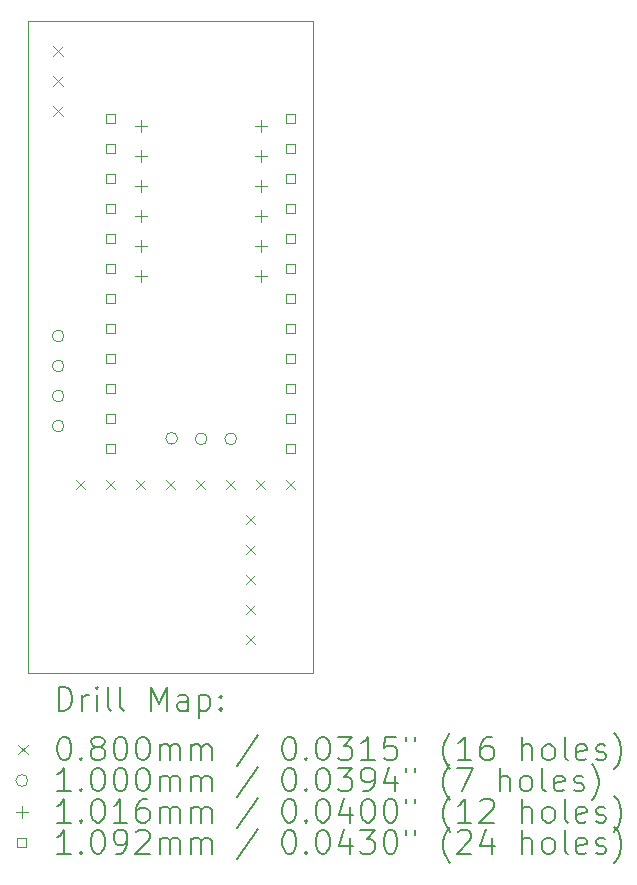
<source format=gbr>
%TF.GenerationSoftware,KiCad,Pcbnew,8.0.6*%
%TF.CreationDate,2025-05-20T21:52:51-05:00*%
%TF.ProjectId,HatRatV2,48617452-6174-4563-922e-6b696361645f,rev?*%
%TF.SameCoordinates,Original*%
%TF.FileFunction,Drillmap*%
%TF.FilePolarity,Positive*%
%FSLAX45Y45*%
G04 Gerber Fmt 4.5, Leading zero omitted, Abs format (unit mm)*
G04 Created by KiCad (PCBNEW 8.0.6) date 2025-05-20 21:52:51*
%MOMM*%
%LPD*%
G01*
G04 APERTURE LIST*
%ADD10C,0.050000*%
%ADD11C,0.200000*%
%ADD12C,0.100000*%
%ADD13C,0.101600*%
%ADD14C,0.109220*%
G04 APERTURE END LIST*
D10*
X19812000Y-2921000D02*
X22225000Y-2921000D01*
X22225000Y-8445500D01*
X19812000Y-8445500D01*
X19812000Y-2921000D01*
D11*
D12*
X20026000Y-3135000D02*
X20106000Y-3215000D01*
X20106000Y-3135000D02*
X20026000Y-3215000D01*
X20026000Y-3389000D02*
X20106000Y-3469000D01*
X20106000Y-3389000D02*
X20026000Y-3469000D01*
X20026000Y-3643000D02*
X20106000Y-3723000D01*
X20106000Y-3643000D02*
X20026000Y-3723000D01*
X20216500Y-6803000D02*
X20296500Y-6883000D01*
X20296500Y-6803000D02*
X20216500Y-6883000D01*
X20470500Y-6803000D02*
X20550500Y-6883000D01*
X20550500Y-6803000D02*
X20470500Y-6883000D01*
X20724500Y-6803000D02*
X20804500Y-6883000D01*
X20804500Y-6803000D02*
X20724500Y-6883000D01*
X20978500Y-6803000D02*
X21058500Y-6883000D01*
X21058500Y-6803000D02*
X20978500Y-6883000D01*
X21232500Y-6803000D02*
X21312500Y-6883000D01*
X21312500Y-6803000D02*
X21232500Y-6883000D01*
X21486500Y-6803000D02*
X21566500Y-6883000D01*
X21566500Y-6803000D02*
X21486500Y-6883000D01*
X21655500Y-7102500D02*
X21735500Y-7182500D01*
X21735500Y-7102500D02*
X21655500Y-7182500D01*
X21655500Y-7356500D02*
X21735500Y-7436500D01*
X21735500Y-7356500D02*
X21655500Y-7436500D01*
X21655500Y-7610500D02*
X21735500Y-7690500D01*
X21735500Y-7610500D02*
X21655500Y-7690500D01*
X21655500Y-7864500D02*
X21735500Y-7944500D01*
X21735500Y-7864500D02*
X21655500Y-7944500D01*
X21655500Y-8118500D02*
X21735500Y-8198500D01*
X21735500Y-8118500D02*
X21655500Y-8198500D01*
X21740500Y-6803000D02*
X21820500Y-6883000D01*
X21820500Y-6803000D02*
X21740500Y-6883000D01*
X21994500Y-6803000D02*
X22074500Y-6883000D01*
X22074500Y-6803000D02*
X21994500Y-6883000D01*
X20116000Y-5588000D02*
G75*
G02*
X20016000Y-5588000I-50000J0D01*
G01*
X20016000Y-5588000D02*
G75*
G02*
X20116000Y-5588000I50000J0D01*
G01*
X20116000Y-5842000D02*
G75*
G02*
X20016000Y-5842000I-50000J0D01*
G01*
X20016000Y-5842000D02*
G75*
G02*
X20116000Y-5842000I50000J0D01*
G01*
X20116000Y-6096000D02*
G75*
G02*
X20016000Y-6096000I-50000J0D01*
G01*
X20016000Y-6096000D02*
G75*
G02*
X20116000Y-6096000I50000J0D01*
G01*
X20116000Y-6350000D02*
G75*
G02*
X20016000Y-6350000I-50000J0D01*
G01*
X20016000Y-6350000D02*
G75*
G02*
X20116000Y-6350000I50000J0D01*
G01*
X21077500Y-6454000D02*
G75*
G02*
X20977500Y-6454000I-50000J0D01*
G01*
X20977500Y-6454000D02*
G75*
G02*
X21077500Y-6454000I50000J0D01*
G01*
X21327500Y-6459000D02*
G75*
G02*
X21227500Y-6459000I-50000J0D01*
G01*
X21227500Y-6459000D02*
G75*
G02*
X21327500Y-6459000I50000J0D01*
G01*
X21577500Y-6459000D02*
G75*
G02*
X21477500Y-6459000I-50000J0D01*
G01*
X21477500Y-6459000D02*
G75*
G02*
X21577500Y-6459000I50000J0D01*
G01*
D13*
X20764500Y-3759200D02*
X20764500Y-3860800D01*
X20713700Y-3810000D02*
X20815300Y-3810000D01*
X20764500Y-4013200D02*
X20764500Y-4114800D01*
X20713700Y-4064000D02*
X20815300Y-4064000D01*
X20764500Y-4267200D02*
X20764500Y-4368800D01*
X20713700Y-4318000D02*
X20815300Y-4318000D01*
X20764500Y-4521200D02*
X20764500Y-4622800D01*
X20713700Y-4572000D02*
X20815300Y-4572000D01*
X20764500Y-4775200D02*
X20764500Y-4876800D01*
X20713700Y-4826000D02*
X20815300Y-4826000D01*
X20764500Y-5029200D02*
X20764500Y-5130800D01*
X20713700Y-5080000D02*
X20815300Y-5080000D01*
X21780500Y-3759200D02*
X21780500Y-3860800D01*
X21729700Y-3810000D02*
X21831300Y-3810000D01*
X21780500Y-4013200D02*
X21780500Y-4114800D01*
X21729700Y-4064000D02*
X21831300Y-4064000D01*
X21780500Y-4267200D02*
X21780500Y-4368800D01*
X21729700Y-4318000D02*
X21831300Y-4318000D01*
X21780500Y-4521200D02*
X21780500Y-4622800D01*
X21729700Y-4572000D02*
X21831300Y-4572000D01*
X21780500Y-4775200D02*
X21780500Y-4876800D01*
X21729700Y-4826000D02*
X21831300Y-4826000D01*
X21780500Y-5029200D02*
X21780500Y-5130800D01*
X21729700Y-5080000D02*
X21831300Y-5080000D01*
D14*
X20549116Y-3785115D02*
X20549116Y-3707884D01*
X20471885Y-3707884D01*
X20471885Y-3785115D01*
X20549116Y-3785115D01*
X20549116Y-4039115D02*
X20549116Y-3961884D01*
X20471885Y-3961884D01*
X20471885Y-4039115D01*
X20549116Y-4039115D01*
X20549116Y-4293116D02*
X20549116Y-4215885D01*
X20471885Y-4215885D01*
X20471885Y-4293116D01*
X20549116Y-4293116D01*
X20549116Y-4547116D02*
X20549116Y-4469885D01*
X20471885Y-4469885D01*
X20471885Y-4547116D01*
X20549116Y-4547116D01*
X20549116Y-4801116D02*
X20549116Y-4723885D01*
X20471885Y-4723885D01*
X20471885Y-4801116D01*
X20549116Y-4801116D01*
X20549116Y-5055116D02*
X20549116Y-4977885D01*
X20471885Y-4977885D01*
X20471885Y-5055116D01*
X20549116Y-5055116D01*
X20549116Y-5309116D02*
X20549116Y-5231885D01*
X20471885Y-5231885D01*
X20471885Y-5309116D01*
X20549116Y-5309116D01*
X20549116Y-5563116D02*
X20549116Y-5485885D01*
X20471885Y-5485885D01*
X20471885Y-5563116D01*
X20549116Y-5563116D01*
X20549116Y-5817115D02*
X20549116Y-5739884D01*
X20471885Y-5739884D01*
X20471885Y-5817115D01*
X20549116Y-5817115D01*
X20549116Y-6071115D02*
X20549116Y-5993884D01*
X20471885Y-5993884D01*
X20471885Y-6071115D01*
X20549116Y-6071115D01*
X20549116Y-6325115D02*
X20549116Y-6247884D01*
X20471885Y-6247884D01*
X20471885Y-6325115D01*
X20549116Y-6325115D01*
X20549116Y-6579115D02*
X20549116Y-6501884D01*
X20471885Y-6501884D01*
X20471885Y-6579115D01*
X20549116Y-6579115D01*
X22073116Y-3785115D02*
X22073116Y-3707884D01*
X21995885Y-3707884D01*
X21995885Y-3785115D01*
X22073116Y-3785115D01*
X22073116Y-4039115D02*
X22073116Y-3961884D01*
X21995885Y-3961884D01*
X21995885Y-4039115D01*
X22073116Y-4039115D01*
X22073116Y-4293116D02*
X22073116Y-4215885D01*
X21995885Y-4215885D01*
X21995885Y-4293116D01*
X22073116Y-4293116D01*
X22073116Y-4547116D02*
X22073116Y-4469885D01*
X21995885Y-4469885D01*
X21995885Y-4547116D01*
X22073116Y-4547116D01*
X22073116Y-4801116D02*
X22073116Y-4723885D01*
X21995885Y-4723885D01*
X21995885Y-4801116D01*
X22073116Y-4801116D01*
X22073116Y-5055116D02*
X22073116Y-4977885D01*
X21995885Y-4977885D01*
X21995885Y-5055116D01*
X22073116Y-5055116D01*
X22073116Y-5309116D02*
X22073116Y-5231885D01*
X21995885Y-5231885D01*
X21995885Y-5309116D01*
X22073116Y-5309116D01*
X22073116Y-5563116D02*
X22073116Y-5485885D01*
X21995885Y-5485885D01*
X21995885Y-5563116D01*
X22073116Y-5563116D01*
X22073116Y-5817115D02*
X22073116Y-5739884D01*
X21995885Y-5739884D01*
X21995885Y-5817115D01*
X22073116Y-5817115D01*
X22073116Y-6071115D02*
X22073116Y-5993884D01*
X21995885Y-5993884D01*
X21995885Y-6071115D01*
X22073116Y-6071115D01*
X22073116Y-6325115D02*
X22073116Y-6247884D01*
X21995885Y-6247884D01*
X21995885Y-6325115D01*
X22073116Y-6325115D01*
X22073116Y-6579115D02*
X22073116Y-6501884D01*
X21995885Y-6501884D01*
X21995885Y-6579115D01*
X22073116Y-6579115D01*
D11*
X20070277Y-8759484D02*
X20070277Y-8559484D01*
X20070277Y-8559484D02*
X20117896Y-8559484D01*
X20117896Y-8559484D02*
X20146467Y-8569008D01*
X20146467Y-8569008D02*
X20165515Y-8588055D01*
X20165515Y-8588055D02*
X20175039Y-8607103D01*
X20175039Y-8607103D02*
X20184563Y-8645198D01*
X20184563Y-8645198D02*
X20184563Y-8673770D01*
X20184563Y-8673770D02*
X20175039Y-8711865D01*
X20175039Y-8711865D02*
X20165515Y-8730912D01*
X20165515Y-8730912D02*
X20146467Y-8749960D01*
X20146467Y-8749960D02*
X20117896Y-8759484D01*
X20117896Y-8759484D02*
X20070277Y-8759484D01*
X20270277Y-8759484D02*
X20270277Y-8626150D01*
X20270277Y-8664246D02*
X20279801Y-8645198D01*
X20279801Y-8645198D02*
X20289324Y-8635674D01*
X20289324Y-8635674D02*
X20308372Y-8626150D01*
X20308372Y-8626150D02*
X20327420Y-8626150D01*
X20394086Y-8759484D02*
X20394086Y-8626150D01*
X20394086Y-8559484D02*
X20384563Y-8569008D01*
X20384563Y-8569008D02*
X20394086Y-8578531D01*
X20394086Y-8578531D02*
X20403610Y-8569008D01*
X20403610Y-8569008D02*
X20394086Y-8559484D01*
X20394086Y-8559484D02*
X20394086Y-8578531D01*
X20517896Y-8759484D02*
X20498848Y-8749960D01*
X20498848Y-8749960D02*
X20489324Y-8730912D01*
X20489324Y-8730912D02*
X20489324Y-8559484D01*
X20622658Y-8759484D02*
X20603610Y-8749960D01*
X20603610Y-8749960D02*
X20594086Y-8730912D01*
X20594086Y-8730912D02*
X20594086Y-8559484D01*
X20851229Y-8759484D02*
X20851229Y-8559484D01*
X20851229Y-8559484D02*
X20917896Y-8702341D01*
X20917896Y-8702341D02*
X20984563Y-8559484D01*
X20984563Y-8559484D02*
X20984563Y-8759484D01*
X21165515Y-8759484D02*
X21165515Y-8654722D01*
X21165515Y-8654722D02*
X21155991Y-8635674D01*
X21155991Y-8635674D02*
X21136944Y-8626150D01*
X21136944Y-8626150D02*
X21098848Y-8626150D01*
X21098848Y-8626150D02*
X21079801Y-8635674D01*
X21165515Y-8749960D02*
X21146467Y-8759484D01*
X21146467Y-8759484D02*
X21098848Y-8759484D01*
X21098848Y-8759484D02*
X21079801Y-8749960D01*
X21079801Y-8749960D02*
X21070277Y-8730912D01*
X21070277Y-8730912D02*
X21070277Y-8711865D01*
X21070277Y-8711865D02*
X21079801Y-8692817D01*
X21079801Y-8692817D02*
X21098848Y-8683293D01*
X21098848Y-8683293D02*
X21146467Y-8683293D01*
X21146467Y-8683293D02*
X21165515Y-8673770D01*
X21260753Y-8626150D02*
X21260753Y-8826150D01*
X21260753Y-8635674D02*
X21279801Y-8626150D01*
X21279801Y-8626150D02*
X21317896Y-8626150D01*
X21317896Y-8626150D02*
X21336944Y-8635674D01*
X21336944Y-8635674D02*
X21346467Y-8645198D01*
X21346467Y-8645198D02*
X21355991Y-8664246D01*
X21355991Y-8664246D02*
X21355991Y-8721389D01*
X21355991Y-8721389D02*
X21346467Y-8740436D01*
X21346467Y-8740436D02*
X21336944Y-8749960D01*
X21336944Y-8749960D02*
X21317896Y-8759484D01*
X21317896Y-8759484D02*
X21279801Y-8759484D01*
X21279801Y-8759484D02*
X21260753Y-8749960D01*
X21441705Y-8740436D02*
X21451229Y-8749960D01*
X21451229Y-8749960D02*
X21441705Y-8759484D01*
X21441705Y-8759484D02*
X21432182Y-8749960D01*
X21432182Y-8749960D02*
X21441705Y-8740436D01*
X21441705Y-8740436D02*
X21441705Y-8759484D01*
X21441705Y-8635674D02*
X21451229Y-8645198D01*
X21451229Y-8645198D02*
X21441705Y-8654722D01*
X21441705Y-8654722D02*
X21432182Y-8645198D01*
X21432182Y-8645198D02*
X21441705Y-8635674D01*
X21441705Y-8635674D02*
X21441705Y-8654722D01*
D12*
X19729500Y-9048000D02*
X19809500Y-9128000D01*
X19809500Y-9048000D02*
X19729500Y-9128000D01*
D11*
X20108372Y-8979484D02*
X20127420Y-8979484D01*
X20127420Y-8979484D02*
X20146467Y-8989008D01*
X20146467Y-8989008D02*
X20155991Y-8998531D01*
X20155991Y-8998531D02*
X20165515Y-9017579D01*
X20165515Y-9017579D02*
X20175039Y-9055674D01*
X20175039Y-9055674D02*
X20175039Y-9103293D01*
X20175039Y-9103293D02*
X20165515Y-9141389D01*
X20165515Y-9141389D02*
X20155991Y-9160436D01*
X20155991Y-9160436D02*
X20146467Y-9169960D01*
X20146467Y-9169960D02*
X20127420Y-9179484D01*
X20127420Y-9179484D02*
X20108372Y-9179484D01*
X20108372Y-9179484D02*
X20089324Y-9169960D01*
X20089324Y-9169960D02*
X20079801Y-9160436D01*
X20079801Y-9160436D02*
X20070277Y-9141389D01*
X20070277Y-9141389D02*
X20060753Y-9103293D01*
X20060753Y-9103293D02*
X20060753Y-9055674D01*
X20060753Y-9055674D02*
X20070277Y-9017579D01*
X20070277Y-9017579D02*
X20079801Y-8998531D01*
X20079801Y-8998531D02*
X20089324Y-8989008D01*
X20089324Y-8989008D02*
X20108372Y-8979484D01*
X20260753Y-9160436D02*
X20270277Y-9169960D01*
X20270277Y-9169960D02*
X20260753Y-9179484D01*
X20260753Y-9179484D02*
X20251229Y-9169960D01*
X20251229Y-9169960D02*
X20260753Y-9160436D01*
X20260753Y-9160436D02*
X20260753Y-9179484D01*
X20384563Y-9065198D02*
X20365515Y-9055674D01*
X20365515Y-9055674D02*
X20355991Y-9046150D01*
X20355991Y-9046150D02*
X20346467Y-9027103D01*
X20346467Y-9027103D02*
X20346467Y-9017579D01*
X20346467Y-9017579D02*
X20355991Y-8998531D01*
X20355991Y-8998531D02*
X20365515Y-8989008D01*
X20365515Y-8989008D02*
X20384563Y-8979484D01*
X20384563Y-8979484D02*
X20422658Y-8979484D01*
X20422658Y-8979484D02*
X20441705Y-8989008D01*
X20441705Y-8989008D02*
X20451229Y-8998531D01*
X20451229Y-8998531D02*
X20460753Y-9017579D01*
X20460753Y-9017579D02*
X20460753Y-9027103D01*
X20460753Y-9027103D02*
X20451229Y-9046150D01*
X20451229Y-9046150D02*
X20441705Y-9055674D01*
X20441705Y-9055674D02*
X20422658Y-9065198D01*
X20422658Y-9065198D02*
X20384563Y-9065198D01*
X20384563Y-9065198D02*
X20365515Y-9074722D01*
X20365515Y-9074722D02*
X20355991Y-9084246D01*
X20355991Y-9084246D02*
X20346467Y-9103293D01*
X20346467Y-9103293D02*
X20346467Y-9141389D01*
X20346467Y-9141389D02*
X20355991Y-9160436D01*
X20355991Y-9160436D02*
X20365515Y-9169960D01*
X20365515Y-9169960D02*
X20384563Y-9179484D01*
X20384563Y-9179484D02*
X20422658Y-9179484D01*
X20422658Y-9179484D02*
X20441705Y-9169960D01*
X20441705Y-9169960D02*
X20451229Y-9160436D01*
X20451229Y-9160436D02*
X20460753Y-9141389D01*
X20460753Y-9141389D02*
X20460753Y-9103293D01*
X20460753Y-9103293D02*
X20451229Y-9084246D01*
X20451229Y-9084246D02*
X20441705Y-9074722D01*
X20441705Y-9074722D02*
X20422658Y-9065198D01*
X20584563Y-8979484D02*
X20603610Y-8979484D01*
X20603610Y-8979484D02*
X20622658Y-8989008D01*
X20622658Y-8989008D02*
X20632182Y-8998531D01*
X20632182Y-8998531D02*
X20641705Y-9017579D01*
X20641705Y-9017579D02*
X20651229Y-9055674D01*
X20651229Y-9055674D02*
X20651229Y-9103293D01*
X20651229Y-9103293D02*
X20641705Y-9141389D01*
X20641705Y-9141389D02*
X20632182Y-9160436D01*
X20632182Y-9160436D02*
X20622658Y-9169960D01*
X20622658Y-9169960D02*
X20603610Y-9179484D01*
X20603610Y-9179484D02*
X20584563Y-9179484D01*
X20584563Y-9179484D02*
X20565515Y-9169960D01*
X20565515Y-9169960D02*
X20555991Y-9160436D01*
X20555991Y-9160436D02*
X20546467Y-9141389D01*
X20546467Y-9141389D02*
X20536944Y-9103293D01*
X20536944Y-9103293D02*
X20536944Y-9055674D01*
X20536944Y-9055674D02*
X20546467Y-9017579D01*
X20546467Y-9017579D02*
X20555991Y-8998531D01*
X20555991Y-8998531D02*
X20565515Y-8989008D01*
X20565515Y-8989008D02*
X20584563Y-8979484D01*
X20775039Y-8979484D02*
X20794086Y-8979484D01*
X20794086Y-8979484D02*
X20813134Y-8989008D01*
X20813134Y-8989008D02*
X20822658Y-8998531D01*
X20822658Y-8998531D02*
X20832182Y-9017579D01*
X20832182Y-9017579D02*
X20841705Y-9055674D01*
X20841705Y-9055674D02*
X20841705Y-9103293D01*
X20841705Y-9103293D02*
X20832182Y-9141389D01*
X20832182Y-9141389D02*
X20822658Y-9160436D01*
X20822658Y-9160436D02*
X20813134Y-9169960D01*
X20813134Y-9169960D02*
X20794086Y-9179484D01*
X20794086Y-9179484D02*
X20775039Y-9179484D01*
X20775039Y-9179484D02*
X20755991Y-9169960D01*
X20755991Y-9169960D02*
X20746467Y-9160436D01*
X20746467Y-9160436D02*
X20736944Y-9141389D01*
X20736944Y-9141389D02*
X20727420Y-9103293D01*
X20727420Y-9103293D02*
X20727420Y-9055674D01*
X20727420Y-9055674D02*
X20736944Y-9017579D01*
X20736944Y-9017579D02*
X20746467Y-8998531D01*
X20746467Y-8998531D02*
X20755991Y-8989008D01*
X20755991Y-8989008D02*
X20775039Y-8979484D01*
X20927420Y-9179484D02*
X20927420Y-9046150D01*
X20927420Y-9065198D02*
X20936944Y-9055674D01*
X20936944Y-9055674D02*
X20955991Y-9046150D01*
X20955991Y-9046150D02*
X20984563Y-9046150D01*
X20984563Y-9046150D02*
X21003610Y-9055674D01*
X21003610Y-9055674D02*
X21013134Y-9074722D01*
X21013134Y-9074722D02*
X21013134Y-9179484D01*
X21013134Y-9074722D02*
X21022658Y-9055674D01*
X21022658Y-9055674D02*
X21041705Y-9046150D01*
X21041705Y-9046150D02*
X21070277Y-9046150D01*
X21070277Y-9046150D02*
X21089325Y-9055674D01*
X21089325Y-9055674D02*
X21098848Y-9074722D01*
X21098848Y-9074722D02*
X21098848Y-9179484D01*
X21194086Y-9179484D02*
X21194086Y-9046150D01*
X21194086Y-9065198D02*
X21203610Y-9055674D01*
X21203610Y-9055674D02*
X21222658Y-9046150D01*
X21222658Y-9046150D02*
X21251229Y-9046150D01*
X21251229Y-9046150D02*
X21270277Y-9055674D01*
X21270277Y-9055674D02*
X21279801Y-9074722D01*
X21279801Y-9074722D02*
X21279801Y-9179484D01*
X21279801Y-9074722D02*
X21289325Y-9055674D01*
X21289325Y-9055674D02*
X21308372Y-9046150D01*
X21308372Y-9046150D02*
X21336944Y-9046150D01*
X21336944Y-9046150D02*
X21355991Y-9055674D01*
X21355991Y-9055674D02*
X21365515Y-9074722D01*
X21365515Y-9074722D02*
X21365515Y-9179484D01*
X21755991Y-8969960D02*
X21584563Y-9227103D01*
X22013134Y-8979484D02*
X22032182Y-8979484D01*
X22032182Y-8979484D02*
X22051229Y-8989008D01*
X22051229Y-8989008D02*
X22060753Y-8998531D01*
X22060753Y-8998531D02*
X22070277Y-9017579D01*
X22070277Y-9017579D02*
X22079801Y-9055674D01*
X22079801Y-9055674D02*
X22079801Y-9103293D01*
X22079801Y-9103293D02*
X22070277Y-9141389D01*
X22070277Y-9141389D02*
X22060753Y-9160436D01*
X22060753Y-9160436D02*
X22051229Y-9169960D01*
X22051229Y-9169960D02*
X22032182Y-9179484D01*
X22032182Y-9179484D02*
X22013134Y-9179484D01*
X22013134Y-9179484D02*
X21994087Y-9169960D01*
X21994087Y-9169960D02*
X21984563Y-9160436D01*
X21984563Y-9160436D02*
X21975039Y-9141389D01*
X21975039Y-9141389D02*
X21965515Y-9103293D01*
X21965515Y-9103293D02*
X21965515Y-9055674D01*
X21965515Y-9055674D02*
X21975039Y-9017579D01*
X21975039Y-9017579D02*
X21984563Y-8998531D01*
X21984563Y-8998531D02*
X21994087Y-8989008D01*
X21994087Y-8989008D02*
X22013134Y-8979484D01*
X22165515Y-9160436D02*
X22175039Y-9169960D01*
X22175039Y-9169960D02*
X22165515Y-9179484D01*
X22165515Y-9179484D02*
X22155991Y-9169960D01*
X22155991Y-9169960D02*
X22165515Y-9160436D01*
X22165515Y-9160436D02*
X22165515Y-9179484D01*
X22298848Y-8979484D02*
X22317896Y-8979484D01*
X22317896Y-8979484D02*
X22336944Y-8989008D01*
X22336944Y-8989008D02*
X22346468Y-8998531D01*
X22346468Y-8998531D02*
X22355991Y-9017579D01*
X22355991Y-9017579D02*
X22365515Y-9055674D01*
X22365515Y-9055674D02*
X22365515Y-9103293D01*
X22365515Y-9103293D02*
X22355991Y-9141389D01*
X22355991Y-9141389D02*
X22346468Y-9160436D01*
X22346468Y-9160436D02*
X22336944Y-9169960D01*
X22336944Y-9169960D02*
X22317896Y-9179484D01*
X22317896Y-9179484D02*
X22298848Y-9179484D01*
X22298848Y-9179484D02*
X22279801Y-9169960D01*
X22279801Y-9169960D02*
X22270277Y-9160436D01*
X22270277Y-9160436D02*
X22260753Y-9141389D01*
X22260753Y-9141389D02*
X22251229Y-9103293D01*
X22251229Y-9103293D02*
X22251229Y-9055674D01*
X22251229Y-9055674D02*
X22260753Y-9017579D01*
X22260753Y-9017579D02*
X22270277Y-8998531D01*
X22270277Y-8998531D02*
X22279801Y-8989008D01*
X22279801Y-8989008D02*
X22298848Y-8979484D01*
X22432182Y-8979484D02*
X22555991Y-8979484D01*
X22555991Y-8979484D02*
X22489325Y-9055674D01*
X22489325Y-9055674D02*
X22517896Y-9055674D01*
X22517896Y-9055674D02*
X22536944Y-9065198D01*
X22536944Y-9065198D02*
X22546467Y-9074722D01*
X22546467Y-9074722D02*
X22555991Y-9093770D01*
X22555991Y-9093770D02*
X22555991Y-9141389D01*
X22555991Y-9141389D02*
X22546467Y-9160436D01*
X22546467Y-9160436D02*
X22536944Y-9169960D01*
X22536944Y-9169960D02*
X22517896Y-9179484D01*
X22517896Y-9179484D02*
X22460753Y-9179484D01*
X22460753Y-9179484D02*
X22441706Y-9169960D01*
X22441706Y-9169960D02*
X22432182Y-9160436D01*
X22746467Y-9179484D02*
X22632182Y-9179484D01*
X22689325Y-9179484D02*
X22689325Y-8979484D01*
X22689325Y-8979484D02*
X22670277Y-9008055D01*
X22670277Y-9008055D02*
X22651229Y-9027103D01*
X22651229Y-9027103D02*
X22632182Y-9036627D01*
X22927420Y-8979484D02*
X22832182Y-8979484D01*
X22832182Y-8979484D02*
X22822658Y-9074722D01*
X22822658Y-9074722D02*
X22832182Y-9065198D01*
X22832182Y-9065198D02*
X22851229Y-9055674D01*
X22851229Y-9055674D02*
X22898848Y-9055674D01*
X22898848Y-9055674D02*
X22917896Y-9065198D01*
X22917896Y-9065198D02*
X22927420Y-9074722D01*
X22927420Y-9074722D02*
X22936944Y-9093770D01*
X22936944Y-9093770D02*
X22936944Y-9141389D01*
X22936944Y-9141389D02*
X22927420Y-9160436D01*
X22927420Y-9160436D02*
X22917896Y-9169960D01*
X22917896Y-9169960D02*
X22898848Y-9179484D01*
X22898848Y-9179484D02*
X22851229Y-9179484D01*
X22851229Y-9179484D02*
X22832182Y-9169960D01*
X22832182Y-9169960D02*
X22822658Y-9160436D01*
X23013134Y-8979484D02*
X23013134Y-9017579D01*
X23089325Y-8979484D02*
X23089325Y-9017579D01*
X23384563Y-9255674D02*
X23375039Y-9246150D01*
X23375039Y-9246150D02*
X23355991Y-9217579D01*
X23355991Y-9217579D02*
X23346468Y-9198531D01*
X23346468Y-9198531D02*
X23336944Y-9169960D01*
X23336944Y-9169960D02*
X23327420Y-9122341D01*
X23327420Y-9122341D02*
X23327420Y-9084246D01*
X23327420Y-9084246D02*
X23336944Y-9036627D01*
X23336944Y-9036627D02*
X23346468Y-9008055D01*
X23346468Y-9008055D02*
X23355991Y-8989008D01*
X23355991Y-8989008D02*
X23375039Y-8960436D01*
X23375039Y-8960436D02*
X23384563Y-8950912D01*
X23565515Y-9179484D02*
X23451229Y-9179484D01*
X23508372Y-9179484D02*
X23508372Y-8979484D01*
X23508372Y-8979484D02*
X23489325Y-9008055D01*
X23489325Y-9008055D02*
X23470277Y-9027103D01*
X23470277Y-9027103D02*
X23451229Y-9036627D01*
X23736944Y-8979484D02*
X23698848Y-8979484D01*
X23698848Y-8979484D02*
X23679801Y-8989008D01*
X23679801Y-8989008D02*
X23670277Y-8998531D01*
X23670277Y-8998531D02*
X23651229Y-9027103D01*
X23651229Y-9027103D02*
X23641706Y-9065198D01*
X23641706Y-9065198D02*
X23641706Y-9141389D01*
X23641706Y-9141389D02*
X23651229Y-9160436D01*
X23651229Y-9160436D02*
X23660753Y-9169960D01*
X23660753Y-9169960D02*
X23679801Y-9179484D01*
X23679801Y-9179484D02*
X23717896Y-9179484D01*
X23717896Y-9179484D02*
X23736944Y-9169960D01*
X23736944Y-9169960D02*
X23746468Y-9160436D01*
X23746468Y-9160436D02*
X23755991Y-9141389D01*
X23755991Y-9141389D02*
X23755991Y-9093770D01*
X23755991Y-9093770D02*
X23746468Y-9074722D01*
X23746468Y-9074722D02*
X23736944Y-9065198D01*
X23736944Y-9065198D02*
X23717896Y-9055674D01*
X23717896Y-9055674D02*
X23679801Y-9055674D01*
X23679801Y-9055674D02*
X23660753Y-9065198D01*
X23660753Y-9065198D02*
X23651229Y-9074722D01*
X23651229Y-9074722D02*
X23641706Y-9093770D01*
X23994087Y-9179484D02*
X23994087Y-8979484D01*
X24079801Y-9179484D02*
X24079801Y-9074722D01*
X24079801Y-9074722D02*
X24070277Y-9055674D01*
X24070277Y-9055674D02*
X24051230Y-9046150D01*
X24051230Y-9046150D02*
X24022658Y-9046150D01*
X24022658Y-9046150D02*
X24003610Y-9055674D01*
X24003610Y-9055674D02*
X23994087Y-9065198D01*
X24203610Y-9179484D02*
X24184563Y-9169960D01*
X24184563Y-9169960D02*
X24175039Y-9160436D01*
X24175039Y-9160436D02*
X24165515Y-9141389D01*
X24165515Y-9141389D02*
X24165515Y-9084246D01*
X24165515Y-9084246D02*
X24175039Y-9065198D01*
X24175039Y-9065198D02*
X24184563Y-9055674D01*
X24184563Y-9055674D02*
X24203610Y-9046150D01*
X24203610Y-9046150D02*
X24232182Y-9046150D01*
X24232182Y-9046150D02*
X24251230Y-9055674D01*
X24251230Y-9055674D02*
X24260753Y-9065198D01*
X24260753Y-9065198D02*
X24270277Y-9084246D01*
X24270277Y-9084246D02*
X24270277Y-9141389D01*
X24270277Y-9141389D02*
X24260753Y-9160436D01*
X24260753Y-9160436D02*
X24251230Y-9169960D01*
X24251230Y-9169960D02*
X24232182Y-9179484D01*
X24232182Y-9179484D02*
X24203610Y-9179484D01*
X24384563Y-9179484D02*
X24365515Y-9169960D01*
X24365515Y-9169960D02*
X24355991Y-9150912D01*
X24355991Y-9150912D02*
X24355991Y-8979484D01*
X24536944Y-9169960D02*
X24517896Y-9179484D01*
X24517896Y-9179484D02*
X24479801Y-9179484D01*
X24479801Y-9179484D02*
X24460753Y-9169960D01*
X24460753Y-9169960D02*
X24451230Y-9150912D01*
X24451230Y-9150912D02*
X24451230Y-9074722D01*
X24451230Y-9074722D02*
X24460753Y-9055674D01*
X24460753Y-9055674D02*
X24479801Y-9046150D01*
X24479801Y-9046150D02*
X24517896Y-9046150D01*
X24517896Y-9046150D02*
X24536944Y-9055674D01*
X24536944Y-9055674D02*
X24546468Y-9074722D01*
X24546468Y-9074722D02*
X24546468Y-9093770D01*
X24546468Y-9093770D02*
X24451230Y-9112817D01*
X24622658Y-9169960D02*
X24641706Y-9179484D01*
X24641706Y-9179484D02*
X24679801Y-9179484D01*
X24679801Y-9179484D02*
X24698849Y-9169960D01*
X24698849Y-9169960D02*
X24708372Y-9150912D01*
X24708372Y-9150912D02*
X24708372Y-9141389D01*
X24708372Y-9141389D02*
X24698849Y-9122341D01*
X24698849Y-9122341D02*
X24679801Y-9112817D01*
X24679801Y-9112817D02*
X24651230Y-9112817D01*
X24651230Y-9112817D02*
X24632182Y-9103293D01*
X24632182Y-9103293D02*
X24622658Y-9084246D01*
X24622658Y-9084246D02*
X24622658Y-9074722D01*
X24622658Y-9074722D02*
X24632182Y-9055674D01*
X24632182Y-9055674D02*
X24651230Y-9046150D01*
X24651230Y-9046150D02*
X24679801Y-9046150D01*
X24679801Y-9046150D02*
X24698849Y-9055674D01*
X24775039Y-9255674D02*
X24784563Y-9246150D01*
X24784563Y-9246150D02*
X24803611Y-9217579D01*
X24803611Y-9217579D02*
X24813134Y-9198531D01*
X24813134Y-9198531D02*
X24822658Y-9169960D01*
X24822658Y-9169960D02*
X24832182Y-9122341D01*
X24832182Y-9122341D02*
X24832182Y-9084246D01*
X24832182Y-9084246D02*
X24822658Y-9036627D01*
X24822658Y-9036627D02*
X24813134Y-9008055D01*
X24813134Y-9008055D02*
X24803611Y-8989008D01*
X24803611Y-8989008D02*
X24784563Y-8960436D01*
X24784563Y-8960436D02*
X24775039Y-8950912D01*
D12*
X19809500Y-9352000D02*
G75*
G02*
X19709500Y-9352000I-50000J0D01*
G01*
X19709500Y-9352000D02*
G75*
G02*
X19809500Y-9352000I50000J0D01*
G01*
D11*
X20175039Y-9443484D02*
X20060753Y-9443484D01*
X20117896Y-9443484D02*
X20117896Y-9243484D01*
X20117896Y-9243484D02*
X20098848Y-9272055D01*
X20098848Y-9272055D02*
X20079801Y-9291103D01*
X20079801Y-9291103D02*
X20060753Y-9300627D01*
X20260753Y-9424436D02*
X20270277Y-9433960D01*
X20270277Y-9433960D02*
X20260753Y-9443484D01*
X20260753Y-9443484D02*
X20251229Y-9433960D01*
X20251229Y-9433960D02*
X20260753Y-9424436D01*
X20260753Y-9424436D02*
X20260753Y-9443484D01*
X20394086Y-9243484D02*
X20413134Y-9243484D01*
X20413134Y-9243484D02*
X20432182Y-9253008D01*
X20432182Y-9253008D02*
X20441705Y-9262531D01*
X20441705Y-9262531D02*
X20451229Y-9281579D01*
X20451229Y-9281579D02*
X20460753Y-9319674D01*
X20460753Y-9319674D02*
X20460753Y-9367293D01*
X20460753Y-9367293D02*
X20451229Y-9405389D01*
X20451229Y-9405389D02*
X20441705Y-9424436D01*
X20441705Y-9424436D02*
X20432182Y-9433960D01*
X20432182Y-9433960D02*
X20413134Y-9443484D01*
X20413134Y-9443484D02*
X20394086Y-9443484D01*
X20394086Y-9443484D02*
X20375039Y-9433960D01*
X20375039Y-9433960D02*
X20365515Y-9424436D01*
X20365515Y-9424436D02*
X20355991Y-9405389D01*
X20355991Y-9405389D02*
X20346467Y-9367293D01*
X20346467Y-9367293D02*
X20346467Y-9319674D01*
X20346467Y-9319674D02*
X20355991Y-9281579D01*
X20355991Y-9281579D02*
X20365515Y-9262531D01*
X20365515Y-9262531D02*
X20375039Y-9253008D01*
X20375039Y-9253008D02*
X20394086Y-9243484D01*
X20584563Y-9243484D02*
X20603610Y-9243484D01*
X20603610Y-9243484D02*
X20622658Y-9253008D01*
X20622658Y-9253008D02*
X20632182Y-9262531D01*
X20632182Y-9262531D02*
X20641705Y-9281579D01*
X20641705Y-9281579D02*
X20651229Y-9319674D01*
X20651229Y-9319674D02*
X20651229Y-9367293D01*
X20651229Y-9367293D02*
X20641705Y-9405389D01*
X20641705Y-9405389D02*
X20632182Y-9424436D01*
X20632182Y-9424436D02*
X20622658Y-9433960D01*
X20622658Y-9433960D02*
X20603610Y-9443484D01*
X20603610Y-9443484D02*
X20584563Y-9443484D01*
X20584563Y-9443484D02*
X20565515Y-9433960D01*
X20565515Y-9433960D02*
X20555991Y-9424436D01*
X20555991Y-9424436D02*
X20546467Y-9405389D01*
X20546467Y-9405389D02*
X20536944Y-9367293D01*
X20536944Y-9367293D02*
X20536944Y-9319674D01*
X20536944Y-9319674D02*
X20546467Y-9281579D01*
X20546467Y-9281579D02*
X20555991Y-9262531D01*
X20555991Y-9262531D02*
X20565515Y-9253008D01*
X20565515Y-9253008D02*
X20584563Y-9243484D01*
X20775039Y-9243484D02*
X20794086Y-9243484D01*
X20794086Y-9243484D02*
X20813134Y-9253008D01*
X20813134Y-9253008D02*
X20822658Y-9262531D01*
X20822658Y-9262531D02*
X20832182Y-9281579D01*
X20832182Y-9281579D02*
X20841705Y-9319674D01*
X20841705Y-9319674D02*
X20841705Y-9367293D01*
X20841705Y-9367293D02*
X20832182Y-9405389D01*
X20832182Y-9405389D02*
X20822658Y-9424436D01*
X20822658Y-9424436D02*
X20813134Y-9433960D01*
X20813134Y-9433960D02*
X20794086Y-9443484D01*
X20794086Y-9443484D02*
X20775039Y-9443484D01*
X20775039Y-9443484D02*
X20755991Y-9433960D01*
X20755991Y-9433960D02*
X20746467Y-9424436D01*
X20746467Y-9424436D02*
X20736944Y-9405389D01*
X20736944Y-9405389D02*
X20727420Y-9367293D01*
X20727420Y-9367293D02*
X20727420Y-9319674D01*
X20727420Y-9319674D02*
X20736944Y-9281579D01*
X20736944Y-9281579D02*
X20746467Y-9262531D01*
X20746467Y-9262531D02*
X20755991Y-9253008D01*
X20755991Y-9253008D02*
X20775039Y-9243484D01*
X20927420Y-9443484D02*
X20927420Y-9310150D01*
X20927420Y-9329198D02*
X20936944Y-9319674D01*
X20936944Y-9319674D02*
X20955991Y-9310150D01*
X20955991Y-9310150D02*
X20984563Y-9310150D01*
X20984563Y-9310150D02*
X21003610Y-9319674D01*
X21003610Y-9319674D02*
X21013134Y-9338722D01*
X21013134Y-9338722D02*
X21013134Y-9443484D01*
X21013134Y-9338722D02*
X21022658Y-9319674D01*
X21022658Y-9319674D02*
X21041705Y-9310150D01*
X21041705Y-9310150D02*
X21070277Y-9310150D01*
X21070277Y-9310150D02*
X21089325Y-9319674D01*
X21089325Y-9319674D02*
X21098848Y-9338722D01*
X21098848Y-9338722D02*
X21098848Y-9443484D01*
X21194086Y-9443484D02*
X21194086Y-9310150D01*
X21194086Y-9329198D02*
X21203610Y-9319674D01*
X21203610Y-9319674D02*
X21222658Y-9310150D01*
X21222658Y-9310150D02*
X21251229Y-9310150D01*
X21251229Y-9310150D02*
X21270277Y-9319674D01*
X21270277Y-9319674D02*
X21279801Y-9338722D01*
X21279801Y-9338722D02*
X21279801Y-9443484D01*
X21279801Y-9338722D02*
X21289325Y-9319674D01*
X21289325Y-9319674D02*
X21308372Y-9310150D01*
X21308372Y-9310150D02*
X21336944Y-9310150D01*
X21336944Y-9310150D02*
X21355991Y-9319674D01*
X21355991Y-9319674D02*
X21365515Y-9338722D01*
X21365515Y-9338722D02*
X21365515Y-9443484D01*
X21755991Y-9233960D02*
X21584563Y-9491103D01*
X22013134Y-9243484D02*
X22032182Y-9243484D01*
X22032182Y-9243484D02*
X22051229Y-9253008D01*
X22051229Y-9253008D02*
X22060753Y-9262531D01*
X22060753Y-9262531D02*
X22070277Y-9281579D01*
X22070277Y-9281579D02*
X22079801Y-9319674D01*
X22079801Y-9319674D02*
X22079801Y-9367293D01*
X22079801Y-9367293D02*
X22070277Y-9405389D01*
X22070277Y-9405389D02*
X22060753Y-9424436D01*
X22060753Y-9424436D02*
X22051229Y-9433960D01*
X22051229Y-9433960D02*
X22032182Y-9443484D01*
X22032182Y-9443484D02*
X22013134Y-9443484D01*
X22013134Y-9443484D02*
X21994087Y-9433960D01*
X21994087Y-9433960D02*
X21984563Y-9424436D01*
X21984563Y-9424436D02*
X21975039Y-9405389D01*
X21975039Y-9405389D02*
X21965515Y-9367293D01*
X21965515Y-9367293D02*
X21965515Y-9319674D01*
X21965515Y-9319674D02*
X21975039Y-9281579D01*
X21975039Y-9281579D02*
X21984563Y-9262531D01*
X21984563Y-9262531D02*
X21994087Y-9253008D01*
X21994087Y-9253008D02*
X22013134Y-9243484D01*
X22165515Y-9424436D02*
X22175039Y-9433960D01*
X22175039Y-9433960D02*
X22165515Y-9443484D01*
X22165515Y-9443484D02*
X22155991Y-9433960D01*
X22155991Y-9433960D02*
X22165515Y-9424436D01*
X22165515Y-9424436D02*
X22165515Y-9443484D01*
X22298848Y-9243484D02*
X22317896Y-9243484D01*
X22317896Y-9243484D02*
X22336944Y-9253008D01*
X22336944Y-9253008D02*
X22346468Y-9262531D01*
X22346468Y-9262531D02*
X22355991Y-9281579D01*
X22355991Y-9281579D02*
X22365515Y-9319674D01*
X22365515Y-9319674D02*
X22365515Y-9367293D01*
X22365515Y-9367293D02*
X22355991Y-9405389D01*
X22355991Y-9405389D02*
X22346468Y-9424436D01*
X22346468Y-9424436D02*
X22336944Y-9433960D01*
X22336944Y-9433960D02*
X22317896Y-9443484D01*
X22317896Y-9443484D02*
X22298848Y-9443484D01*
X22298848Y-9443484D02*
X22279801Y-9433960D01*
X22279801Y-9433960D02*
X22270277Y-9424436D01*
X22270277Y-9424436D02*
X22260753Y-9405389D01*
X22260753Y-9405389D02*
X22251229Y-9367293D01*
X22251229Y-9367293D02*
X22251229Y-9319674D01*
X22251229Y-9319674D02*
X22260753Y-9281579D01*
X22260753Y-9281579D02*
X22270277Y-9262531D01*
X22270277Y-9262531D02*
X22279801Y-9253008D01*
X22279801Y-9253008D02*
X22298848Y-9243484D01*
X22432182Y-9243484D02*
X22555991Y-9243484D01*
X22555991Y-9243484D02*
X22489325Y-9319674D01*
X22489325Y-9319674D02*
X22517896Y-9319674D01*
X22517896Y-9319674D02*
X22536944Y-9329198D01*
X22536944Y-9329198D02*
X22546467Y-9338722D01*
X22546467Y-9338722D02*
X22555991Y-9357770D01*
X22555991Y-9357770D02*
X22555991Y-9405389D01*
X22555991Y-9405389D02*
X22546467Y-9424436D01*
X22546467Y-9424436D02*
X22536944Y-9433960D01*
X22536944Y-9433960D02*
X22517896Y-9443484D01*
X22517896Y-9443484D02*
X22460753Y-9443484D01*
X22460753Y-9443484D02*
X22441706Y-9433960D01*
X22441706Y-9433960D02*
X22432182Y-9424436D01*
X22651229Y-9443484D02*
X22689325Y-9443484D01*
X22689325Y-9443484D02*
X22708372Y-9433960D01*
X22708372Y-9433960D02*
X22717896Y-9424436D01*
X22717896Y-9424436D02*
X22736944Y-9395865D01*
X22736944Y-9395865D02*
X22746467Y-9357770D01*
X22746467Y-9357770D02*
X22746467Y-9281579D01*
X22746467Y-9281579D02*
X22736944Y-9262531D01*
X22736944Y-9262531D02*
X22727420Y-9253008D01*
X22727420Y-9253008D02*
X22708372Y-9243484D01*
X22708372Y-9243484D02*
X22670277Y-9243484D01*
X22670277Y-9243484D02*
X22651229Y-9253008D01*
X22651229Y-9253008D02*
X22641706Y-9262531D01*
X22641706Y-9262531D02*
X22632182Y-9281579D01*
X22632182Y-9281579D02*
X22632182Y-9329198D01*
X22632182Y-9329198D02*
X22641706Y-9348246D01*
X22641706Y-9348246D02*
X22651229Y-9357770D01*
X22651229Y-9357770D02*
X22670277Y-9367293D01*
X22670277Y-9367293D02*
X22708372Y-9367293D01*
X22708372Y-9367293D02*
X22727420Y-9357770D01*
X22727420Y-9357770D02*
X22736944Y-9348246D01*
X22736944Y-9348246D02*
X22746467Y-9329198D01*
X22917896Y-9310150D02*
X22917896Y-9443484D01*
X22870277Y-9233960D02*
X22822658Y-9376817D01*
X22822658Y-9376817D02*
X22946467Y-9376817D01*
X23013134Y-9243484D02*
X23013134Y-9281579D01*
X23089325Y-9243484D02*
X23089325Y-9281579D01*
X23384563Y-9519674D02*
X23375039Y-9510150D01*
X23375039Y-9510150D02*
X23355991Y-9481579D01*
X23355991Y-9481579D02*
X23346468Y-9462531D01*
X23346468Y-9462531D02*
X23336944Y-9433960D01*
X23336944Y-9433960D02*
X23327420Y-9386341D01*
X23327420Y-9386341D02*
X23327420Y-9348246D01*
X23327420Y-9348246D02*
X23336944Y-9300627D01*
X23336944Y-9300627D02*
X23346468Y-9272055D01*
X23346468Y-9272055D02*
X23355991Y-9253008D01*
X23355991Y-9253008D02*
X23375039Y-9224436D01*
X23375039Y-9224436D02*
X23384563Y-9214912D01*
X23441706Y-9243484D02*
X23575039Y-9243484D01*
X23575039Y-9243484D02*
X23489325Y-9443484D01*
X23803610Y-9443484D02*
X23803610Y-9243484D01*
X23889325Y-9443484D02*
X23889325Y-9338722D01*
X23889325Y-9338722D02*
X23879801Y-9319674D01*
X23879801Y-9319674D02*
X23860753Y-9310150D01*
X23860753Y-9310150D02*
X23832182Y-9310150D01*
X23832182Y-9310150D02*
X23813134Y-9319674D01*
X23813134Y-9319674D02*
X23803610Y-9329198D01*
X24013134Y-9443484D02*
X23994087Y-9433960D01*
X23994087Y-9433960D02*
X23984563Y-9424436D01*
X23984563Y-9424436D02*
X23975039Y-9405389D01*
X23975039Y-9405389D02*
X23975039Y-9348246D01*
X23975039Y-9348246D02*
X23984563Y-9329198D01*
X23984563Y-9329198D02*
X23994087Y-9319674D01*
X23994087Y-9319674D02*
X24013134Y-9310150D01*
X24013134Y-9310150D02*
X24041706Y-9310150D01*
X24041706Y-9310150D02*
X24060753Y-9319674D01*
X24060753Y-9319674D02*
X24070277Y-9329198D01*
X24070277Y-9329198D02*
X24079801Y-9348246D01*
X24079801Y-9348246D02*
X24079801Y-9405389D01*
X24079801Y-9405389D02*
X24070277Y-9424436D01*
X24070277Y-9424436D02*
X24060753Y-9433960D01*
X24060753Y-9433960D02*
X24041706Y-9443484D01*
X24041706Y-9443484D02*
X24013134Y-9443484D01*
X24194087Y-9443484D02*
X24175039Y-9433960D01*
X24175039Y-9433960D02*
X24165515Y-9414912D01*
X24165515Y-9414912D02*
X24165515Y-9243484D01*
X24346468Y-9433960D02*
X24327420Y-9443484D01*
X24327420Y-9443484D02*
X24289325Y-9443484D01*
X24289325Y-9443484D02*
X24270277Y-9433960D01*
X24270277Y-9433960D02*
X24260753Y-9414912D01*
X24260753Y-9414912D02*
X24260753Y-9338722D01*
X24260753Y-9338722D02*
X24270277Y-9319674D01*
X24270277Y-9319674D02*
X24289325Y-9310150D01*
X24289325Y-9310150D02*
X24327420Y-9310150D01*
X24327420Y-9310150D02*
X24346468Y-9319674D01*
X24346468Y-9319674D02*
X24355991Y-9338722D01*
X24355991Y-9338722D02*
X24355991Y-9357770D01*
X24355991Y-9357770D02*
X24260753Y-9376817D01*
X24432182Y-9433960D02*
X24451230Y-9443484D01*
X24451230Y-9443484D02*
X24489325Y-9443484D01*
X24489325Y-9443484D02*
X24508372Y-9433960D01*
X24508372Y-9433960D02*
X24517896Y-9414912D01*
X24517896Y-9414912D02*
X24517896Y-9405389D01*
X24517896Y-9405389D02*
X24508372Y-9386341D01*
X24508372Y-9386341D02*
X24489325Y-9376817D01*
X24489325Y-9376817D02*
X24460753Y-9376817D01*
X24460753Y-9376817D02*
X24441706Y-9367293D01*
X24441706Y-9367293D02*
X24432182Y-9348246D01*
X24432182Y-9348246D02*
X24432182Y-9338722D01*
X24432182Y-9338722D02*
X24441706Y-9319674D01*
X24441706Y-9319674D02*
X24460753Y-9310150D01*
X24460753Y-9310150D02*
X24489325Y-9310150D01*
X24489325Y-9310150D02*
X24508372Y-9319674D01*
X24584563Y-9519674D02*
X24594087Y-9510150D01*
X24594087Y-9510150D02*
X24613134Y-9481579D01*
X24613134Y-9481579D02*
X24622658Y-9462531D01*
X24622658Y-9462531D02*
X24632182Y-9433960D01*
X24632182Y-9433960D02*
X24641706Y-9386341D01*
X24641706Y-9386341D02*
X24641706Y-9348246D01*
X24641706Y-9348246D02*
X24632182Y-9300627D01*
X24632182Y-9300627D02*
X24622658Y-9272055D01*
X24622658Y-9272055D02*
X24613134Y-9253008D01*
X24613134Y-9253008D02*
X24594087Y-9224436D01*
X24594087Y-9224436D02*
X24584563Y-9214912D01*
D13*
X19758700Y-9565200D02*
X19758700Y-9666800D01*
X19707900Y-9616000D02*
X19809500Y-9616000D01*
D11*
X20175039Y-9707484D02*
X20060753Y-9707484D01*
X20117896Y-9707484D02*
X20117896Y-9507484D01*
X20117896Y-9507484D02*
X20098848Y-9536055D01*
X20098848Y-9536055D02*
X20079801Y-9555103D01*
X20079801Y-9555103D02*
X20060753Y-9564627D01*
X20260753Y-9688436D02*
X20270277Y-9697960D01*
X20270277Y-9697960D02*
X20260753Y-9707484D01*
X20260753Y-9707484D02*
X20251229Y-9697960D01*
X20251229Y-9697960D02*
X20260753Y-9688436D01*
X20260753Y-9688436D02*
X20260753Y-9707484D01*
X20394086Y-9507484D02*
X20413134Y-9507484D01*
X20413134Y-9507484D02*
X20432182Y-9517008D01*
X20432182Y-9517008D02*
X20441705Y-9526531D01*
X20441705Y-9526531D02*
X20451229Y-9545579D01*
X20451229Y-9545579D02*
X20460753Y-9583674D01*
X20460753Y-9583674D02*
X20460753Y-9631293D01*
X20460753Y-9631293D02*
X20451229Y-9669389D01*
X20451229Y-9669389D02*
X20441705Y-9688436D01*
X20441705Y-9688436D02*
X20432182Y-9697960D01*
X20432182Y-9697960D02*
X20413134Y-9707484D01*
X20413134Y-9707484D02*
X20394086Y-9707484D01*
X20394086Y-9707484D02*
X20375039Y-9697960D01*
X20375039Y-9697960D02*
X20365515Y-9688436D01*
X20365515Y-9688436D02*
X20355991Y-9669389D01*
X20355991Y-9669389D02*
X20346467Y-9631293D01*
X20346467Y-9631293D02*
X20346467Y-9583674D01*
X20346467Y-9583674D02*
X20355991Y-9545579D01*
X20355991Y-9545579D02*
X20365515Y-9526531D01*
X20365515Y-9526531D02*
X20375039Y-9517008D01*
X20375039Y-9517008D02*
X20394086Y-9507484D01*
X20651229Y-9707484D02*
X20536944Y-9707484D01*
X20594086Y-9707484D02*
X20594086Y-9507484D01*
X20594086Y-9507484D02*
X20575039Y-9536055D01*
X20575039Y-9536055D02*
X20555991Y-9555103D01*
X20555991Y-9555103D02*
X20536944Y-9564627D01*
X20822658Y-9507484D02*
X20784563Y-9507484D01*
X20784563Y-9507484D02*
X20765515Y-9517008D01*
X20765515Y-9517008D02*
X20755991Y-9526531D01*
X20755991Y-9526531D02*
X20736944Y-9555103D01*
X20736944Y-9555103D02*
X20727420Y-9593198D01*
X20727420Y-9593198D02*
X20727420Y-9669389D01*
X20727420Y-9669389D02*
X20736944Y-9688436D01*
X20736944Y-9688436D02*
X20746467Y-9697960D01*
X20746467Y-9697960D02*
X20765515Y-9707484D01*
X20765515Y-9707484D02*
X20803610Y-9707484D01*
X20803610Y-9707484D02*
X20822658Y-9697960D01*
X20822658Y-9697960D02*
X20832182Y-9688436D01*
X20832182Y-9688436D02*
X20841705Y-9669389D01*
X20841705Y-9669389D02*
X20841705Y-9621770D01*
X20841705Y-9621770D02*
X20832182Y-9602722D01*
X20832182Y-9602722D02*
X20822658Y-9593198D01*
X20822658Y-9593198D02*
X20803610Y-9583674D01*
X20803610Y-9583674D02*
X20765515Y-9583674D01*
X20765515Y-9583674D02*
X20746467Y-9593198D01*
X20746467Y-9593198D02*
X20736944Y-9602722D01*
X20736944Y-9602722D02*
X20727420Y-9621770D01*
X20927420Y-9707484D02*
X20927420Y-9574150D01*
X20927420Y-9593198D02*
X20936944Y-9583674D01*
X20936944Y-9583674D02*
X20955991Y-9574150D01*
X20955991Y-9574150D02*
X20984563Y-9574150D01*
X20984563Y-9574150D02*
X21003610Y-9583674D01*
X21003610Y-9583674D02*
X21013134Y-9602722D01*
X21013134Y-9602722D02*
X21013134Y-9707484D01*
X21013134Y-9602722D02*
X21022658Y-9583674D01*
X21022658Y-9583674D02*
X21041705Y-9574150D01*
X21041705Y-9574150D02*
X21070277Y-9574150D01*
X21070277Y-9574150D02*
X21089325Y-9583674D01*
X21089325Y-9583674D02*
X21098848Y-9602722D01*
X21098848Y-9602722D02*
X21098848Y-9707484D01*
X21194086Y-9707484D02*
X21194086Y-9574150D01*
X21194086Y-9593198D02*
X21203610Y-9583674D01*
X21203610Y-9583674D02*
X21222658Y-9574150D01*
X21222658Y-9574150D02*
X21251229Y-9574150D01*
X21251229Y-9574150D02*
X21270277Y-9583674D01*
X21270277Y-9583674D02*
X21279801Y-9602722D01*
X21279801Y-9602722D02*
X21279801Y-9707484D01*
X21279801Y-9602722D02*
X21289325Y-9583674D01*
X21289325Y-9583674D02*
X21308372Y-9574150D01*
X21308372Y-9574150D02*
X21336944Y-9574150D01*
X21336944Y-9574150D02*
X21355991Y-9583674D01*
X21355991Y-9583674D02*
X21365515Y-9602722D01*
X21365515Y-9602722D02*
X21365515Y-9707484D01*
X21755991Y-9497960D02*
X21584563Y-9755103D01*
X22013134Y-9507484D02*
X22032182Y-9507484D01*
X22032182Y-9507484D02*
X22051229Y-9517008D01*
X22051229Y-9517008D02*
X22060753Y-9526531D01*
X22060753Y-9526531D02*
X22070277Y-9545579D01*
X22070277Y-9545579D02*
X22079801Y-9583674D01*
X22079801Y-9583674D02*
X22079801Y-9631293D01*
X22079801Y-9631293D02*
X22070277Y-9669389D01*
X22070277Y-9669389D02*
X22060753Y-9688436D01*
X22060753Y-9688436D02*
X22051229Y-9697960D01*
X22051229Y-9697960D02*
X22032182Y-9707484D01*
X22032182Y-9707484D02*
X22013134Y-9707484D01*
X22013134Y-9707484D02*
X21994087Y-9697960D01*
X21994087Y-9697960D02*
X21984563Y-9688436D01*
X21984563Y-9688436D02*
X21975039Y-9669389D01*
X21975039Y-9669389D02*
X21965515Y-9631293D01*
X21965515Y-9631293D02*
X21965515Y-9583674D01*
X21965515Y-9583674D02*
X21975039Y-9545579D01*
X21975039Y-9545579D02*
X21984563Y-9526531D01*
X21984563Y-9526531D02*
X21994087Y-9517008D01*
X21994087Y-9517008D02*
X22013134Y-9507484D01*
X22165515Y-9688436D02*
X22175039Y-9697960D01*
X22175039Y-9697960D02*
X22165515Y-9707484D01*
X22165515Y-9707484D02*
X22155991Y-9697960D01*
X22155991Y-9697960D02*
X22165515Y-9688436D01*
X22165515Y-9688436D02*
X22165515Y-9707484D01*
X22298848Y-9507484D02*
X22317896Y-9507484D01*
X22317896Y-9507484D02*
X22336944Y-9517008D01*
X22336944Y-9517008D02*
X22346468Y-9526531D01*
X22346468Y-9526531D02*
X22355991Y-9545579D01*
X22355991Y-9545579D02*
X22365515Y-9583674D01*
X22365515Y-9583674D02*
X22365515Y-9631293D01*
X22365515Y-9631293D02*
X22355991Y-9669389D01*
X22355991Y-9669389D02*
X22346468Y-9688436D01*
X22346468Y-9688436D02*
X22336944Y-9697960D01*
X22336944Y-9697960D02*
X22317896Y-9707484D01*
X22317896Y-9707484D02*
X22298848Y-9707484D01*
X22298848Y-9707484D02*
X22279801Y-9697960D01*
X22279801Y-9697960D02*
X22270277Y-9688436D01*
X22270277Y-9688436D02*
X22260753Y-9669389D01*
X22260753Y-9669389D02*
X22251229Y-9631293D01*
X22251229Y-9631293D02*
X22251229Y-9583674D01*
X22251229Y-9583674D02*
X22260753Y-9545579D01*
X22260753Y-9545579D02*
X22270277Y-9526531D01*
X22270277Y-9526531D02*
X22279801Y-9517008D01*
X22279801Y-9517008D02*
X22298848Y-9507484D01*
X22536944Y-9574150D02*
X22536944Y-9707484D01*
X22489325Y-9497960D02*
X22441706Y-9640817D01*
X22441706Y-9640817D02*
X22565515Y-9640817D01*
X22679801Y-9507484D02*
X22698848Y-9507484D01*
X22698848Y-9507484D02*
X22717896Y-9517008D01*
X22717896Y-9517008D02*
X22727420Y-9526531D01*
X22727420Y-9526531D02*
X22736944Y-9545579D01*
X22736944Y-9545579D02*
X22746467Y-9583674D01*
X22746467Y-9583674D02*
X22746467Y-9631293D01*
X22746467Y-9631293D02*
X22736944Y-9669389D01*
X22736944Y-9669389D02*
X22727420Y-9688436D01*
X22727420Y-9688436D02*
X22717896Y-9697960D01*
X22717896Y-9697960D02*
X22698848Y-9707484D01*
X22698848Y-9707484D02*
X22679801Y-9707484D01*
X22679801Y-9707484D02*
X22660753Y-9697960D01*
X22660753Y-9697960D02*
X22651229Y-9688436D01*
X22651229Y-9688436D02*
X22641706Y-9669389D01*
X22641706Y-9669389D02*
X22632182Y-9631293D01*
X22632182Y-9631293D02*
X22632182Y-9583674D01*
X22632182Y-9583674D02*
X22641706Y-9545579D01*
X22641706Y-9545579D02*
X22651229Y-9526531D01*
X22651229Y-9526531D02*
X22660753Y-9517008D01*
X22660753Y-9517008D02*
X22679801Y-9507484D01*
X22870277Y-9507484D02*
X22889325Y-9507484D01*
X22889325Y-9507484D02*
X22908372Y-9517008D01*
X22908372Y-9517008D02*
X22917896Y-9526531D01*
X22917896Y-9526531D02*
X22927420Y-9545579D01*
X22927420Y-9545579D02*
X22936944Y-9583674D01*
X22936944Y-9583674D02*
X22936944Y-9631293D01*
X22936944Y-9631293D02*
X22927420Y-9669389D01*
X22927420Y-9669389D02*
X22917896Y-9688436D01*
X22917896Y-9688436D02*
X22908372Y-9697960D01*
X22908372Y-9697960D02*
X22889325Y-9707484D01*
X22889325Y-9707484D02*
X22870277Y-9707484D01*
X22870277Y-9707484D02*
X22851229Y-9697960D01*
X22851229Y-9697960D02*
X22841706Y-9688436D01*
X22841706Y-9688436D02*
X22832182Y-9669389D01*
X22832182Y-9669389D02*
X22822658Y-9631293D01*
X22822658Y-9631293D02*
X22822658Y-9583674D01*
X22822658Y-9583674D02*
X22832182Y-9545579D01*
X22832182Y-9545579D02*
X22841706Y-9526531D01*
X22841706Y-9526531D02*
X22851229Y-9517008D01*
X22851229Y-9517008D02*
X22870277Y-9507484D01*
X23013134Y-9507484D02*
X23013134Y-9545579D01*
X23089325Y-9507484D02*
X23089325Y-9545579D01*
X23384563Y-9783674D02*
X23375039Y-9774150D01*
X23375039Y-9774150D02*
X23355991Y-9745579D01*
X23355991Y-9745579D02*
X23346468Y-9726531D01*
X23346468Y-9726531D02*
X23336944Y-9697960D01*
X23336944Y-9697960D02*
X23327420Y-9650341D01*
X23327420Y-9650341D02*
X23327420Y-9612246D01*
X23327420Y-9612246D02*
X23336944Y-9564627D01*
X23336944Y-9564627D02*
X23346468Y-9536055D01*
X23346468Y-9536055D02*
X23355991Y-9517008D01*
X23355991Y-9517008D02*
X23375039Y-9488436D01*
X23375039Y-9488436D02*
X23384563Y-9478912D01*
X23565515Y-9707484D02*
X23451229Y-9707484D01*
X23508372Y-9707484D02*
X23508372Y-9507484D01*
X23508372Y-9507484D02*
X23489325Y-9536055D01*
X23489325Y-9536055D02*
X23470277Y-9555103D01*
X23470277Y-9555103D02*
X23451229Y-9564627D01*
X23641706Y-9526531D02*
X23651229Y-9517008D01*
X23651229Y-9517008D02*
X23670277Y-9507484D01*
X23670277Y-9507484D02*
X23717896Y-9507484D01*
X23717896Y-9507484D02*
X23736944Y-9517008D01*
X23736944Y-9517008D02*
X23746468Y-9526531D01*
X23746468Y-9526531D02*
X23755991Y-9545579D01*
X23755991Y-9545579D02*
X23755991Y-9564627D01*
X23755991Y-9564627D02*
X23746468Y-9593198D01*
X23746468Y-9593198D02*
X23632182Y-9707484D01*
X23632182Y-9707484D02*
X23755991Y-9707484D01*
X23994087Y-9707484D02*
X23994087Y-9507484D01*
X24079801Y-9707484D02*
X24079801Y-9602722D01*
X24079801Y-9602722D02*
X24070277Y-9583674D01*
X24070277Y-9583674D02*
X24051230Y-9574150D01*
X24051230Y-9574150D02*
X24022658Y-9574150D01*
X24022658Y-9574150D02*
X24003610Y-9583674D01*
X24003610Y-9583674D02*
X23994087Y-9593198D01*
X24203610Y-9707484D02*
X24184563Y-9697960D01*
X24184563Y-9697960D02*
X24175039Y-9688436D01*
X24175039Y-9688436D02*
X24165515Y-9669389D01*
X24165515Y-9669389D02*
X24165515Y-9612246D01*
X24165515Y-9612246D02*
X24175039Y-9593198D01*
X24175039Y-9593198D02*
X24184563Y-9583674D01*
X24184563Y-9583674D02*
X24203610Y-9574150D01*
X24203610Y-9574150D02*
X24232182Y-9574150D01*
X24232182Y-9574150D02*
X24251230Y-9583674D01*
X24251230Y-9583674D02*
X24260753Y-9593198D01*
X24260753Y-9593198D02*
X24270277Y-9612246D01*
X24270277Y-9612246D02*
X24270277Y-9669389D01*
X24270277Y-9669389D02*
X24260753Y-9688436D01*
X24260753Y-9688436D02*
X24251230Y-9697960D01*
X24251230Y-9697960D02*
X24232182Y-9707484D01*
X24232182Y-9707484D02*
X24203610Y-9707484D01*
X24384563Y-9707484D02*
X24365515Y-9697960D01*
X24365515Y-9697960D02*
X24355991Y-9678912D01*
X24355991Y-9678912D02*
X24355991Y-9507484D01*
X24536944Y-9697960D02*
X24517896Y-9707484D01*
X24517896Y-9707484D02*
X24479801Y-9707484D01*
X24479801Y-9707484D02*
X24460753Y-9697960D01*
X24460753Y-9697960D02*
X24451230Y-9678912D01*
X24451230Y-9678912D02*
X24451230Y-9602722D01*
X24451230Y-9602722D02*
X24460753Y-9583674D01*
X24460753Y-9583674D02*
X24479801Y-9574150D01*
X24479801Y-9574150D02*
X24517896Y-9574150D01*
X24517896Y-9574150D02*
X24536944Y-9583674D01*
X24536944Y-9583674D02*
X24546468Y-9602722D01*
X24546468Y-9602722D02*
X24546468Y-9621770D01*
X24546468Y-9621770D02*
X24451230Y-9640817D01*
X24622658Y-9697960D02*
X24641706Y-9707484D01*
X24641706Y-9707484D02*
X24679801Y-9707484D01*
X24679801Y-9707484D02*
X24698849Y-9697960D01*
X24698849Y-9697960D02*
X24708372Y-9678912D01*
X24708372Y-9678912D02*
X24708372Y-9669389D01*
X24708372Y-9669389D02*
X24698849Y-9650341D01*
X24698849Y-9650341D02*
X24679801Y-9640817D01*
X24679801Y-9640817D02*
X24651230Y-9640817D01*
X24651230Y-9640817D02*
X24632182Y-9631293D01*
X24632182Y-9631293D02*
X24622658Y-9612246D01*
X24622658Y-9612246D02*
X24622658Y-9602722D01*
X24622658Y-9602722D02*
X24632182Y-9583674D01*
X24632182Y-9583674D02*
X24651230Y-9574150D01*
X24651230Y-9574150D02*
X24679801Y-9574150D01*
X24679801Y-9574150D02*
X24698849Y-9583674D01*
X24775039Y-9783674D02*
X24784563Y-9774150D01*
X24784563Y-9774150D02*
X24803611Y-9745579D01*
X24803611Y-9745579D02*
X24813134Y-9726531D01*
X24813134Y-9726531D02*
X24822658Y-9697960D01*
X24822658Y-9697960D02*
X24832182Y-9650341D01*
X24832182Y-9650341D02*
X24832182Y-9612246D01*
X24832182Y-9612246D02*
X24822658Y-9564627D01*
X24822658Y-9564627D02*
X24813134Y-9536055D01*
X24813134Y-9536055D02*
X24803611Y-9517008D01*
X24803611Y-9517008D02*
X24784563Y-9488436D01*
X24784563Y-9488436D02*
X24775039Y-9478912D01*
D14*
X19793506Y-9918616D02*
X19793506Y-9841385D01*
X19716275Y-9841385D01*
X19716275Y-9918616D01*
X19793506Y-9918616D01*
D11*
X20175039Y-9971484D02*
X20060753Y-9971484D01*
X20117896Y-9971484D02*
X20117896Y-9771484D01*
X20117896Y-9771484D02*
X20098848Y-9800055D01*
X20098848Y-9800055D02*
X20079801Y-9819103D01*
X20079801Y-9819103D02*
X20060753Y-9828627D01*
X20260753Y-9952436D02*
X20270277Y-9961960D01*
X20270277Y-9961960D02*
X20260753Y-9971484D01*
X20260753Y-9971484D02*
X20251229Y-9961960D01*
X20251229Y-9961960D02*
X20260753Y-9952436D01*
X20260753Y-9952436D02*
X20260753Y-9971484D01*
X20394086Y-9771484D02*
X20413134Y-9771484D01*
X20413134Y-9771484D02*
X20432182Y-9781008D01*
X20432182Y-9781008D02*
X20441705Y-9790531D01*
X20441705Y-9790531D02*
X20451229Y-9809579D01*
X20451229Y-9809579D02*
X20460753Y-9847674D01*
X20460753Y-9847674D02*
X20460753Y-9895293D01*
X20460753Y-9895293D02*
X20451229Y-9933389D01*
X20451229Y-9933389D02*
X20441705Y-9952436D01*
X20441705Y-9952436D02*
X20432182Y-9961960D01*
X20432182Y-9961960D02*
X20413134Y-9971484D01*
X20413134Y-9971484D02*
X20394086Y-9971484D01*
X20394086Y-9971484D02*
X20375039Y-9961960D01*
X20375039Y-9961960D02*
X20365515Y-9952436D01*
X20365515Y-9952436D02*
X20355991Y-9933389D01*
X20355991Y-9933389D02*
X20346467Y-9895293D01*
X20346467Y-9895293D02*
X20346467Y-9847674D01*
X20346467Y-9847674D02*
X20355991Y-9809579D01*
X20355991Y-9809579D02*
X20365515Y-9790531D01*
X20365515Y-9790531D02*
X20375039Y-9781008D01*
X20375039Y-9781008D02*
X20394086Y-9771484D01*
X20555991Y-9971484D02*
X20594086Y-9971484D01*
X20594086Y-9971484D02*
X20613134Y-9961960D01*
X20613134Y-9961960D02*
X20622658Y-9952436D01*
X20622658Y-9952436D02*
X20641705Y-9923865D01*
X20641705Y-9923865D02*
X20651229Y-9885770D01*
X20651229Y-9885770D02*
X20651229Y-9809579D01*
X20651229Y-9809579D02*
X20641705Y-9790531D01*
X20641705Y-9790531D02*
X20632182Y-9781008D01*
X20632182Y-9781008D02*
X20613134Y-9771484D01*
X20613134Y-9771484D02*
X20575039Y-9771484D01*
X20575039Y-9771484D02*
X20555991Y-9781008D01*
X20555991Y-9781008D02*
X20546467Y-9790531D01*
X20546467Y-9790531D02*
X20536944Y-9809579D01*
X20536944Y-9809579D02*
X20536944Y-9857198D01*
X20536944Y-9857198D02*
X20546467Y-9876246D01*
X20546467Y-9876246D02*
X20555991Y-9885770D01*
X20555991Y-9885770D02*
X20575039Y-9895293D01*
X20575039Y-9895293D02*
X20613134Y-9895293D01*
X20613134Y-9895293D02*
X20632182Y-9885770D01*
X20632182Y-9885770D02*
X20641705Y-9876246D01*
X20641705Y-9876246D02*
X20651229Y-9857198D01*
X20727420Y-9790531D02*
X20736944Y-9781008D01*
X20736944Y-9781008D02*
X20755991Y-9771484D01*
X20755991Y-9771484D02*
X20803610Y-9771484D01*
X20803610Y-9771484D02*
X20822658Y-9781008D01*
X20822658Y-9781008D02*
X20832182Y-9790531D01*
X20832182Y-9790531D02*
X20841705Y-9809579D01*
X20841705Y-9809579D02*
X20841705Y-9828627D01*
X20841705Y-9828627D02*
X20832182Y-9857198D01*
X20832182Y-9857198D02*
X20717896Y-9971484D01*
X20717896Y-9971484D02*
X20841705Y-9971484D01*
X20927420Y-9971484D02*
X20927420Y-9838150D01*
X20927420Y-9857198D02*
X20936944Y-9847674D01*
X20936944Y-9847674D02*
X20955991Y-9838150D01*
X20955991Y-9838150D02*
X20984563Y-9838150D01*
X20984563Y-9838150D02*
X21003610Y-9847674D01*
X21003610Y-9847674D02*
X21013134Y-9866722D01*
X21013134Y-9866722D02*
X21013134Y-9971484D01*
X21013134Y-9866722D02*
X21022658Y-9847674D01*
X21022658Y-9847674D02*
X21041705Y-9838150D01*
X21041705Y-9838150D02*
X21070277Y-9838150D01*
X21070277Y-9838150D02*
X21089325Y-9847674D01*
X21089325Y-9847674D02*
X21098848Y-9866722D01*
X21098848Y-9866722D02*
X21098848Y-9971484D01*
X21194086Y-9971484D02*
X21194086Y-9838150D01*
X21194086Y-9857198D02*
X21203610Y-9847674D01*
X21203610Y-9847674D02*
X21222658Y-9838150D01*
X21222658Y-9838150D02*
X21251229Y-9838150D01*
X21251229Y-9838150D02*
X21270277Y-9847674D01*
X21270277Y-9847674D02*
X21279801Y-9866722D01*
X21279801Y-9866722D02*
X21279801Y-9971484D01*
X21279801Y-9866722D02*
X21289325Y-9847674D01*
X21289325Y-9847674D02*
X21308372Y-9838150D01*
X21308372Y-9838150D02*
X21336944Y-9838150D01*
X21336944Y-9838150D02*
X21355991Y-9847674D01*
X21355991Y-9847674D02*
X21365515Y-9866722D01*
X21365515Y-9866722D02*
X21365515Y-9971484D01*
X21755991Y-9761960D02*
X21584563Y-10019103D01*
X22013134Y-9771484D02*
X22032182Y-9771484D01*
X22032182Y-9771484D02*
X22051229Y-9781008D01*
X22051229Y-9781008D02*
X22060753Y-9790531D01*
X22060753Y-9790531D02*
X22070277Y-9809579D01*
X22070277Y-9809579D02*
X22079801Y-9847674D01*
X22079801Y-9847674D02*
X22079801Y-9895293D01*
X22079801Y-9895293D02*
X22070277Y-9933389D01*
X22070277Y-9933389D02*
X22060753Y-9952436D01*
X22060753Y-9952436D02*
X22051229Y-9961960D01*
X22051229Y-9961960D02*
X22032182Y-9971484D01*
X22032182Y-9971484D02*
X22013134Y-9971484D01*
X22013134Y-9971484D02*
X21994087Y-9961960D01*
X21994087Y-9961960D02*
X21984563Y-9952436D01*
X21984563Y-9952436D02*
X21975039Y-9933389D01*
X21975039Y-9933389D02*
X21965515Y-9895293D01*
X21965515Y-9895293D02*
X21965515Y-9847674D01*
X21965515Y-9847674D02*
X21975039Y-9809579D01*
X21975039Y-9809579D02*
X21984563Y-9790531D01*
X21984563Y-9790531D02*
X21994087Y-9781008D01*
X21994087Y-9781008D02*
X22013134Y-9771484D01*
X22165515Y-9952436D02*
X22175039Y-9961960D01*
X22175039Y-9961960D02*
X22165515Y-9971484D01*
X22165515Y-9971484D02*
X22155991Y-9961960D01*
X22155991Y-9961960D02*
X22165515Y-9952436D01*
X22165515Y-9952436D02*
X22165515Y-9971484D01*
X22298848Y-9771484D02*
X22317896Y-9771484D01*
X22317896Y-9771484D02*
X22336944Y-9781008D01*
X22336944Y-9781008D02*
X22346468Y-9790531D01*
X22346468Y-9790531D02*
X22355991Y-9809579D01*
X22355991Y-9809579D02*
X22365515Y-9847674D01*
X22365515Y-9847674D02*
X22365515Y-9895293D01*
X22365515Y-9895293D02*
X22355991Y-9933389D01*
X22355991Y-9933389D02*
X22346468Y-9952436D01*
X22346468Y-9952436D02*
X22336944Y-9961960D01*
X22336944Y-9961960D02*
X22317896Y-9971484D01*
X22317896Y-9971484D02*
X22298848Y-9971484D01*
X22298848Y-9971484D02*
X22279801Y-9961960D01*
X22279801Y-9961960D02*
X22270277Y-9952436D01*
X22270277Y-9952436D02*
X22260753Y-9933389D01*
X22260753Y-9933389D02*
X22251229Y-9895293D01*
X22251229Y-9895293D02*
X22251229Y-9847674D01*
X22251229Y-9847674D02*
X22260753Y-9809579D01*
X22260753Y-9809579D02*
X22270277Y-9790531D01*
X22270277Y-9790531D02*
X22279801Y-9781008D01*
X22279801Y-9781008D02*
X22298848Y-9771484D01*
X22536944Y-9838150D02*
X22536944Y-9971484D01*
X22489325Y-9761960D02*
X22441706Y-9904817D01*
X22441706Y-9904817D02*
X22565515Y-9904817D01*
X22622658Y-9771484D02*
X22746467Y-9771484D01*
X22746467Y-9771484D02*
X22679801Y-9847674D01*
X22679801Y-9847674D02*
X22708372Y-9847674D01*
X22708372Y-9847674D02*
X22727420Y-9857198D01*
X22727420Y-9857198D02*
X22736944Y-9866722D01*
X22736944Y-9866722D02*
X22746467Y-9885770D01*
X22746467Y-9885770D02*
X22746467Y-9933389D01*
X22746467Y-9933389D02*
X22736944Y-9952436D01*
X22736944Y-9952436D02*
X22727420Y-9961960D01*
X22727420Y-9961960D02*
X22708372Y-9971484D01*
X22708372Y-9971484D02*
X22651229Y-9971484D01*
X22651229Y-9971484D02*
X22632182Y-9961960D01*
X22632182Y-9961960D02*
X22622658Y-9952436D01*
X22870277Y-9771484D02*
X22889325Y-9771484D01*
X22889325Y-9771484D02*
X22908372Y-9781008D01*
X22908372Y-9781008D02*
X22917896Y-9790531D01*
X22917896Y-9790531D02*
X22927420Y-9809579D01*
X22927420Y-9809579D02*
X22936944Y-9847674D01*
X22936944Y-9847674D02*
X22936944Y-9895293D01*
X22936944Y-9895293D02*
X22927420Y-9933389D01*
X22927420Y-9933389D02*
X22917896Y-9952436D01*
X22917896Y-9952436D02*
X22908372Y-9961960D01*
X22908372Y-9961960D02*
X22889325Y-9971484D01*
X22889325Y-9971484D02*
X22870277Y-9971484D01*
X22870277Y-9971484D02*
X22851229Y-9961960D01*
X22851229Y-9961960D02*
X22841706Y-9952436D01*
X22841706Y-9952436D02*
X22832182Y-9933389D01*
X22832182Y-9933389D02*
X22822658Y-9895293D01*
X22822658Y-9895293D02*
X22822658Y-9847674D01*
X22822658Y-9847674D02*
X22832182Y-9809579D01*
X22832182Y-9809579D02*
X22841706Y-9790531D01*
X22841706Y-9790531D02*
X22851229Y-9781008D01*
X22851229Y-9781008D02*
X22870277Y-9771484D01*
X23013134Y-9771484D02*
X23013134Y-9809579D01*
X23089325Y-9771484D02*
X23089325Y-9809579D01*
X23384563Y-10047674D02*
X23375039Y-10038150D01*
X23375039Y-10038150D02*
X23355991Y-10009579D01*
X23355991Y-10009579D02*
X23346468Y-9990531D01*
X23346468Y-9990531D02*
X23336944Y-9961960D01*
X23336944Y-9961960D02*
X23327420Y-9914341D01*
X23327420Y-9914341D02*
X23327420Y-9876246D01*
X23327420Y-9876246D02*
X23336944Y-9828627D01*
X23336944Y-9828627D02*
X23346468Y-9800055D01*
X23346468Y-9800055D02*
X23355991Y-9781008D01*
X23355991Y-9781008D02*
X23375039Y-9752436D01*
X23375039Y-9752436D02*
X23384563Y-9742912D01*
X23451229Y-9790531D02*
X23460753Y-9781008D01*
X23460753Y-9781008D02*
X23479801Y-9771484D01*
X23479801Y-9771484D02*
X23527420Y-9771484D01*
X23527420Y-9771484D02*
X23546468Y-9781008D01*
X23546468Y-9781008D02*
X23555991Y-9790531D01*
X23555991Y-9790531D02*
X23565515Y-9809579D01*
X23565515Y-9809579D02*
X23565515Y-9828627D01*
X23565515Y-9828627D02*
X23555991Y-9857198D01*
X23555991Y-9857198D02*
X23441706Y-9971484D01*
X23441706Y-9971484D02*
X23565515Y-9971484D01*
X23736944Y-9838150D02*
X23736944Y-9971484D01*
X23689325Y-9761960D02*
X23641706Y-9904817D01*
X23641706Y-9904817D02*
X23765515Y-9904817D01*
X23994087Y-9971484D02*
X23994087Y-9771484D01*
X24079801Y-9971484D02*
X24079801Y-9866722D01*
X24079801Y-9866722D02*
X24070277Y-9847674D01*
X24070277Y-9847674D02*
X24051230Y-9838150D01*
X24051230Y-9838150D02*
X24022658Y-9838150D01*
X24022658Y-9838150D02*
X24003610Y-9847674D01*
X24003610Y-9847674D02*
X23994087Y-9857198D01*
X24203610Y-9971484D02*
X24184563Y-9961960D01*
X24184563Y-9961960D02*
X24175039Y-9952436D01*
X24175039Y-9952436D02*
X24165515Y-9933389D01*
X24165515Y-9933389D02*
X24165515Y-9876246D01*
X24165515Y-9876246D02*
X24175039Y-9857198D01*
X24175039Y-9857198D02*
X24184563Y-9847674D01*
X24184563Y-9847674D02*
X24203610Y-9838150D01*
X24203610Y-9838150D02*
X24232182Y-9838150D01*
X24232182Y-9838150D02*
X24251230Y-9847674D01*
X24251230Y-9847674D02*
X24260753Y-9857198D01*
X24260753Y-9857198D02*
X24270277Y-9876246D01*
X24270277Y-9876246D02*
X24270277Y-9933389D01*
X24270277Y-9933389D02*
X24260753Y-9952436D01*
X24260753Y-9952436D02*
X24251230Y-9961960D01*
X24251230Y-9961960D02*
X24232182Y-9971484D01*
X24232182Y-9971484D02*
X24203610Y-9971484D01*
X24384563Y-9971484D02*
X24365515Y-9961960D01*
X24365515Y-9961960D02*
X24355991Y-9942912D01*
X24355991Y-9942912D02*
X24355991Y-9771484D01*
X24536944Y-9961960D02*
X24517896Y-9971484D01*
X24517896Y-9971484D02*
X24479801Y-9971484D01*
X24479801Y-9971484D02*
X24460753Y-9961960D01*
X24460753Y-9961960D02*
X24451230Y-9942912D01*
X24451230Y-9942912D02*
X24451230Y-9866722D01*
X24451230Y-9866722D02*
X24460753Y-9847674D01*
X24460753Y-9847674D02*
X24479801Y-9838150D01*
X24479801Y-9838150D02*
X24517896Y-9838150D01*
X24517896Y-9838150D02*
X24536944Y-9847674D01*
X24536944Y-9847674D02*
X24546468Y-9866722D01*
X24546468Y-9866722D02*
X24546468Y-9885770D01*
X24546468Y-9885770D02*
X24451230Y-9904817D01*
X24622658Y-9961960D02*
X24641706Y-9971484D01*
X24641706Y-9971484D02*
X24679801Y-9971484D01*
X24679801Y-9971484D02*
X24698849Y-9961960D01*
X24698849Y-9961960D02*
X24708372Y-9942912D01*
X24708372Y-9942912D02*
X24708372Y-9933389D01*
X24708372Y-9933389D02*
X24698849Y-9914341D01*
X24698849Y-9914341D02*
X24679801Y-9904817D01*
X24679801Y-9904817D02*
X24651230Y-9904817D01*
X24651230Y-9904817D02*
X24632182Y-9895293D01*
X24632182Y-9895293D02*
X24622658Y-9876246D01*
X24622658Y-9876246D02*
X24622658Y-9866722D01*
X24622658Y-9866722D02*
X24632182Y-9847674D01*
X24632182Y-9847674D02*
X24651230Y-9838150D01*
X24651230Y-9838150D02*
X24679801Y-9838150D01*
X24679801Y-9838150D02*
X24698849Y-9847674D01*
X24775039Y-10047674D02*
X24784563Y-10038150D01*
X24784563Y-10038150D02*
X24803611Y-10009579D01*
X24803611Y-10009579D02*
X24813134Y-9990531D01*
X24813134Y-9990531D02*
X24822658Y-9961960D01*
X24822658Y-9961960D02*
X24832182Y-9914341D01*
X24832182Y-9914341D02*
X24832182Y-9876246D01*
X24832182Y-9876246D02*
X24822658Y-9828627D01*
X24822658Y-9828627D02*
X24813134Y-9800055D01*
X24813134Y-9800055D02*
X24803611Y-9781008D01*
X24803611Y-9781008D02*
X24784563Y-9752436D01*
X24784563Y-9752436D02*
X24775039Y-9742912D01*
M02*

</source>
